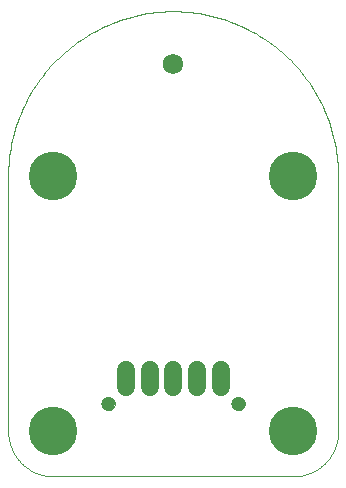
<source format=gbs>
G75*
%MOIN*%
%OFA0B0*%
%FSLAX25Y25*%
%IPPOS*%
%LPD*%
%AMOC8*
5,1,8,0,0,1.08239X$1,22.5*
%
%ADD10C,0.00000*%
%ADD11C,0.16211*%
%ADD12C,0.06000*%
%ADD13C,0.04731*%
%ADD14C,0.06794*%
D10*
X0001300Y0016300D02*
X0001300Y0101300D01*
X0001316Y0102639D01*
X0001365Y0103978D01*
X0001447Y0105315D01*
X0001561Y0106649D01*
X0001707Y0107981D01*
X0001886Y0109308D01*
X0002097Y0110631D01*
X0002341Y0111948D01*
X0002616Y0113259D01*
X0002923Y0114562D01*
X0003262Y0115858D01*
X0003632Y0117145D01*
X0004033Y0118423D01*
X0004466Y0119691D01*
X0004929Y0120948D01*
X0005423Y0122193D01*
X0005947Y0123426D01*
X0006500Y0124645D01*
X0007084Y0125851D01*
X0007696Y0127042D01*
X0008337Y0128218D01*
X0009007Y0129378D01*
X0009705Y0130521D01*
X0010430Y0131647D01*
X0011183Y0132755D01*
X0011962Y0133845D01*
X0012768Y0134915D01*
X0013599Y0135965D01*
X0014456Y0136994D01*
X0015338Y0138003D01*
X0016243Y0138989D01*
X0017173Y0139953D01*
X0018126Y0140895D01*
X0019101Y0141813D01*
X0020099Y0142706D01*
X0021118Y0143576D01*
X0022158Y0144420D01*
X0023218Y0145238D01*
X0024298Y0146031D01*
X0025396Y0146797D01*
X0026514Y0147536D01*
X0027648Y0148248D01*
X0028800Y0148931D01*
X0029968Y0149587D01*
X0031152Y0150214D01*
X0032350Y0150812D01*
X0033563Y0151380D01*
X0034789Y0151919D01*
X0036028Y0152428D01*
X0037279Y0152906D01*
X0038542Y0153354D01*
X0039814Y0153771D01*
X0041097Y0154157D01*
X0042389Y0154512D01*
X0043689Y0154835D01*
X0044996Y0155126D01*
X0046310Y0155385D01*
X0047630Y0155612D01*
X0048955Y0155807D01*
X0050285Y0155970D01*
X0051618Y0156100D01*
X0052953Y0156198D01*
X0054291Y0156263D01*
X0055630Y0156296D01*
X0056970Y0156296D01*
X0058309Y0156263D01*
X0059647Y0156198D01*
X0060982Y0156100D01*
X0062315Y0155970D01*
X0063645Y0155807D01*
X0064970Y0155612D01*
X0066290Y0155385D01*
X0067604Y0155126D01*
X0068911Y0154835D01*
X0070211Y0154512D01*
X0071503Y0154157D01*
X0072786Y0153771D01*
X0074058Y0153354D01*
X0075321Y0152906D01*
X0076572Y0152428D01*
X0077811Y0151919D01*
X0079037Y0151380D01*
X0080250Y0150812D01*
X0081448Y0150214D01*
X0082632Y0149587D01*
X0083800Y0148931D01*
X0084952Y0148248D01*
X0086086Y0147536D01*
X0087204Y0146797D01*
X0088302Y0146031D01*
X0089382Y0145238D01*
X0090442Y0144420D01*
X0091482Y0143576D01*
X0092501Y0142706D01*
X0093499Y0141813D01*
X0094474Y0140895D01*
X0095427Y0139953D01*
X0096357Y0138989D01*
X0097262Y0138003D01*
X0098144Y0136994D01*
X0099001Y0135965D01*
X0099832Y0134915D01*
X0100638Y0133845D01*
X0101417Y0132755D01*
X0102170Y0131647D01*
X0102895Y0130521D01*
X0103593Y0129378D01*
X0104263Y0128218D01*
X0104904Y0127042D01*
X0105516Y0125851D01*
X0106100Y0124645D01*
X0106653Y0123426D01*
X0107177Y0122193D01*
X0107671Y0120948D01*
X0108134Y0119691D01*
X0108567Y0118423D01*
X0108968Y0117145D01*
X0109338Y0115858D01*
X0109677Y0114562D01*
X0109984Y0113259D01*
X0110259Y0111948D01*
X0110503Y0110631D01*
X0110714Y0109308D01*
X0110893Y0107981D01*
X0111039Y0106649D01*
X0111153Y0105315D01*
X0111235Y0103978D01*
X0111284Y0102639D01*
X0111300Y0101300D01*
X0111300Y0016300D01*
X0111296Y0015938D01*
X0111282Y0015575D01*
X0111261Y0015213D01*
X0111230Y0014852D01*
X0111191Y0014492D01*
X0111143Y0014133D01*
X0111086Y0013775D01*
X0111021Y0013418D01*
X0110947Y0013063D01*
X0110864Y0012710D01*
X0110773Y0012359D01*
X0110674Y0012011D01*
X0110566Y0011665D01*
X0110450Y0011321D01*
X0110325Y0010981D01*
X0110193Y0010644D01*
X0110052Y0010310D01*
X0109903Y0009979D01*
X0109746Y0009652D01*
X0109582Y0009329D01*
X0109410Y0009010D01*
X0109230Y0008696D01*
X0109042Y0008385D01*
X0108847Y0008080D01*
X0108645Y0007779D01*
X0108435Y0007483D01*
X0108219Y0007193D01*
X0107995Y0006907D01*
X0107765Y0006627D01*
X0107528Y0006353D01*
X0107284Y0006085D01*
X0107034Y0005822D01*
X0106778Y0005566D01*
X0106515Y0005316D01*
X0106247Y0005072D01*
X0105973Y0004835D01*
X0105693Y0004605D01*
X0105407Y0004381D01*
X0105117Y0004165D01*
X0104821Y0003955D01*
X0104520Y0003753D01*
X0104215Y0003558D01*
X0103904Y0003370D01*
X0103590Y0003190D01*
X0103271Y0003018D01*
X0102948Y0002854D01*
X0102621Y0002697D01*
X0102290Y0002548D01*
X0101956Y0002407D01*
X0101619Y0002275D01*
X0101279Y0002150D01*
X0100935Y0002034D01*
X0100589Y0001926D01*
X0100241Y0001827D01*
X0099890Y0001736D01*
X0099537Y0001653D01*
X0099182Y0001579D01*
X0098825Y0001514D01*
X0098467Y0001457D01*
X0098108Y0001409D01*
X0097748Y0001370D01*
X0097387Y0001339D01*
X0097025Y0001318D01*
X0096662Y0001304D01*
X0096300Y0001300D01*
X0016300Y0001300D01*
X0015938Y0001304D01*
X0015575Y0001318D01*
X0015213Y0001339D01*
X0014852Y0001370D01*
X0014492Y0001409D01*
X0014133Y0001457D01*
X0013775Y0001514D01*
X0013418Y0001579D01*
X0013063Y0001653D01*
X0012710Y0001736D01*
X0012359Y0001827D01*
X0012011Y0001926D01*
X0011665Y0002034D01*
X0011321Y0002150D01*
X0010981Y0002275D01*
X0010644Y0002407D01*
X0010310Y0002548D01*
X0009979Y0002697D01*
X0009652Y0002854D01*
X0009329Y0003018D01*
X0009010Y0003190D01*
X0008696Y0003370D01*
X0008385Y0003558D01*
X0008080Y0003753D01*
X0007779Y0003955D01*
X0007483Y0004165D01*
X0007193Y0004381D01*
X0006907Y0004605D01*
X0006627Y0004835D01*
X0006353Y0005072D01*
X0006085Y0005316D01*
X0005822Y0005566D01*
X0005566Y0005822D01*
X0005316Y0006085D01*
X0005072Y0006353D01*
X0004835Y0006627D01*
X0004605Y0006907D01*
X0004381Y0007193D01*
X0004165Y0007483D01*
X0003955Y0007779D01*
X0003753Y0008080D01*
X0003558Y0008385D01*
X0003370Y0008696D01*
X0003190Y0009010D01*
X0003018Y0009329D01*
X0002854Y0009652D01*
X0002697Y0009979D01*
X0002548Y0010310D01*
X0002407Y0010644D01*
X0002275Y0010981D01*
X0002150Y0011321D01*
X0002034Y0011665D01*
X0001926Y0012011D01*
X0001827Y0012359D01*
X0001736Y0012710D01*
X0001653Y0013063D01*
X0001579Y0013418D01*
X0001514Y0013775D01*
X0001457Y0014133D01*
X0001409Y0014492D01*
X0001370Y0014852D01*
X0001339Y0015213D01*
X0001318Y0015575D01*
X0001304Y0015938D01*
X0001300Y0016300D01*
X0032481Y0025532D02*
X0032483Y0025625D01*
X0032489Y0025717D01*
X0032499Y0025809D01*
X0032513Y0025900D01*
X0032530Y0025991D01*
X0032552Y0026081D01*
X0032577Y0026170D01*
X0032606Y0026258D01*
X0032639Y0026344D01*
X0032676Y0026429D01*
X0032716Y0026513D01*
X0032760Y0026594D01*
X0032807Y0026674D01*
X0032857Y0026752D01*
X0032911Y0026827D01*
X0032968Y0026900D01*
X0033028Y0026970D01*
X0033091Y0027038D01*
X0033157Y0027103D01*
X0033225Y0027165D01*
X0033296Y0027225D01*
X0033370Y0027281D01*
X0033446Y0027334D01*
X0033524Y0027383D01*
X0033604Y0027430D01*
X0033686Y0027472D01*
X0033770Y0027512D01*
X0033855Y0027547D01*
X0033942Y0027579D01*
X0034030Y0027608D01*
X0034119Y0027632D01*
X0034209Y0027653D01*
X0034300Y0027669D01*
X0034392Y0027682D01*
X0034484Y0027691D01*
X0034577Y0027696D01*
X0034669Y0027697D01*
X0034762Y0027694D01*
X0034854Y0027687D01*
X0034946Y0027676D01*
X0035037Y0027661D01*
X0035128Y0027643D01*
X0035218Y0027620D01*
X0035306Y0027594D01*
X0035394Y0027564D01*
X0035480Y0027530D01*
X0035564Y0027493D01*
X0035647Y0027451D01*
X0035728Y0027407D01*
X0035808Y0027359D01*
X0035885Y0027308D01*
X0035959Y0027253D01*
X0036032Y0027195D01*
X0036102Y0027135D01*
X0036169Y0027071D01*
X0036233Y0027005D01*
X0036295Y0026935D01*
X0036353Y0026864D01*
X0036408Y0026790D01*
X0036460Y0026713D01*
X0036509Y0026634D01*
X0036555Y0026554D01*
X0036597Y0026471D01*
X0036635Y0026387D01*
X0036670Y0026301D01*
X0036701Y0026214D01*
X0036728Y0026126D01*
X0036751Y0026036D01*
X0036771Y0025946D01*
X0036787Y0025855D01*
X0036799Y0025763D01*
X0036807Y0025671D01*
X0036811Y0025578D01*
X0036811Y0025486D01*
X0036807Y0025393D01*
X0036799Y0025301D01*
X0036787Y0025209D01*
X0036771Y0025118D01*
X0036751Y0025028D01*
X0036728Y0024938D01*
X0036701Y0024850D01*
X0036670Y0024763D01*
X0036635Y0024677D01*
X0036597Y0024593D01*
X0036555Y0024510D01*
X0036509Y0024430D01*
X0036460Y0024351D01*
X0036408Y0024274D01*
X0036353Y0024200D01*
X0036295Y0024129D01*
X0036233Y0024059D01*
X0036169Y0023993D01*
X0036102Y0023929D01*
X0036032Y0023869D01*
X0035959Y0023811D01*
X0035885Y0023756D01*
X0035808Y0023705D01*
X0035729Y0023657D01*
X0035647Y0023613D01*
X0035564Y0023571D01*
X0035480Y0023534D01*
X0035394Y0023500D01*
X0035306Y0023470D01*
X0035218Y0023444D01*
X0035128Y0023421D01*
X0035037Y0023403D01*
X0034946Y0023388D01*
X0034854Y0023377D01*
X0034762Y0023370D01*
X0034669Y0023367D01*
X0034577Y0023368D01*
X0034484Y0023373D01*
X0034392Y0023382D01*
X0034300Y0023395D01*
X0034209Y0023411D01*
X0034119Y0023432D01*
X0034030Y0023456D01*
X0033942Y0023485D01*
X0033855Y0023517D01*
X0033770Y0023552D01*
X0033686Y0023592D01*
X0033604Y0023634D01*
X0033524Y0023681D01*
X0033446Y0023730D01*
X0033370Y0023783D01*
X0033296Y0023839D01*
X0033225Y0023899D01*
X0033157Y0023961D01*
X0033091Y0024026D01*
X0033028Y0024094D01*
X0032968Y0024164D01*
X0032911Y0024237D01*
X0032857Y0024312D01*
X0032807Y0024390D01*
X0032760Y0024470D01*
X0032716Y0024551D01*
X0032676Y0024635D01*
X0032639Y0024720D01*
X0032606Y0024806D01*
X0032577Y0024894D01*
X0032552Y0024983D01*
X0032530Y0025073D01*
X0032513Y0025164D01*
X0032499Y0025255D01*
X0032489Y0025347D01*
X0032483Y0025439D01*
X0032481Y0025532D01*
X0075789Y0025532D02*
X0075791Y0025625D01*
X0075797Y0025717D01*
X0075807Y0025809D01*
X0075821Y0025900D01*
X0075838Y0025991D01*
X0075860Y0026081D01*
X0075885Y0026170D01*
X0075914Y0026258D01*
X0075947Y0026344D01*
X0075984Y0026429D01*
X0076024Y0026513D01*
X0076068Y0026594D01*
X0076115Y0026674D01*
X0076165Y0026752D01*
X0076219Y0026827D01*
X0076276Y0026900D01*
X0076336Y0026970D01*
X0076399Y0027038D01*
X0076465Y0027103D01*
X0076533Y0027165D01*
X0076604Y0027225D01*
X0076678Y0027281D01*
X0076754Y0027334D01*
X0076832Y0027383D01*
X0076912Y0027430D01*
X0076994Y0027472D01*
X0077078Y0027512D01*
X0077163Y0027547D01*
X0077250Y0027579D01*
X0077338Y0027608D01*
X0077427Y0027632D01*
X0077517Y0027653D01*
X0077608Y0027669D01*
X0077700Y0027682D01*
X0077792Y0027691D01*
X0077885Y0027696D01*
X0077977Y0027697D01*
X0078070Y0027694D01*
X0078162Y0027687D01*
X0078254Y0027676D01*
X0078345Y0027661D01*
X0078436Y0027643D01*
X0078526Y0027620D01*
X0078614Y0027594D01*
X0078702Y0027564D01*
X0078788Y0027530D01*
X0078872Y0027493D01*
X0078955Y0027451D01*
X0079036Y0027407D01*
X0079116Y0027359D01*
X0079193Y0027308D01*
X0079267Y0027253D01*
X0079340Y0027195D01*
X0079410Y0027135D01*
X0079477Y0027071D01*
X0079541Y0027005D01*
X0079603Y0026935D01*
X0079661Y0026864D01*
X0079716Y0026790D01*
X0079768Y0026713D01*
X0079817Y0026634D01*
X0079863Y0026554D01*
X0079905Y0026471D01*
X0079943Y0026387D01*
X0079978Y0026301D01*
X0080009Y0026214D01*
X0080036Y0026126D01*
X0080059Y0026036D01*
X0080079Y0025946D01*
X0080095Y0025855D01*
X0080107Y0025763D01*
X0080115Y0025671D01*
X0080119Y0025578D01*
X0080119Y0025486D01*
X0080115Y0025393D01*
X0080107Y0025301D01*
X0080095Y0025209D01*
X0080079Y0025118D01*
X0080059Y0025028D01*
X0080036Y0024938D01*
X0080009Y0024850D01*
X0079978Y0024763D01*
X0079943Y0024677D01*
X0079905Y0024593D01*
X0079863Y0024510D01*
X0079817Y0024430D01*
X0079768Y0024351D01*
X0079716Y0024274D01*
X0079661Y0024200D01*
X0079603Y0024129D01*
X0079541Y0024059D01*
X0079477Y0023993D01*
X0079410Y0023929D01*
X0079340Y0023869D01*
X0079267Y0023811D01*
X0079193Y0023756D01*
X0079116Y0023705D01*
X0079037Y0023657D01*
X0078955Y0023613D01*
X0078872Y0023571D01*
X0078788Y0023534D01*
X0078702Y0023500D01*
X0078614Y0023470D01*
X0078526Y0023444D01*
X0078436Y0023421D01*
X0078345Y0023403D01*
X0078254Y0023388D01*
X0078162Y0023377D01*
X0078070Y0023370D01*
X0077977Y0023367D01*
X0077885Y0023368D01*
X0077792Y0023373D01*
X0077700Y0023382D01*
X0077608Y0023395D01*
X0077517Y0023411D01*
X0077427Y0023432D01*
X0077338Y0023456D01*
X0077250Y0023485D01*
X0077163Y0023517D01*
X0077078Y0023552D01*
X0076994Y0023592D01*
X0076912Y0023634D01*
X0076832Y0023681D01*
X0076754Y0023730D01*
X0076678Y0023783D01*
X0076604Y0023839D01*
X0076533Y0023899D01*
X0076465Y0023961D01*
X0076399Y0024026D01*
X0076336Y0024094D01*
X0076276Y0024164D01*
X0076219Y0024237D01*
X0076165Y0024312D01*
X0076115Y0024390D01*
X0076068Y0024470D01*
X0076024Y0024551D01*
X0075984Y0024635D01*
X0075947Y0024720D01*
X0075914Y0024806D01*
X0075885Y0024894D01*
X0075860Y0024983D01*
X0075838Y0025073D01*
X0075821Y0025164D01*
X0075807Y0025255D01*
X0075797Y0025347D01*
X0075791Y0025439D01*
X0075789Y0025532D01*
D11*
X0096300Y0016300D03*
X0096300Y0101300D03*
X0016300Y0101300D03*
X0016300Y0016300D03*
D12*
X0040552Y0031000D02*
X0040552Y0036600D01*
X0048426Y0036600D02*
X0048426Y0031000D01*
X0056300Y0031000D02*
X0056300Y0036600D01*
X0064174Y0036600D02*
X0064174Y0031000D01*
X0072048Y0031000D02*
X0072048Y0036600D01*
D13*
X0077954Y0025532D03*
X0034646Y0025532D03*
D14*
X0056300Y0138800D03*
M02*

</source>
